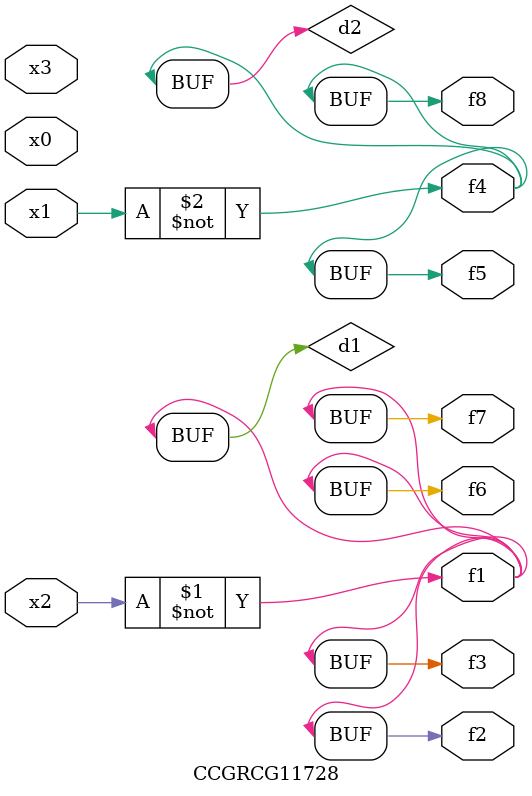
<source format=v>
module CCGRCG11728(
	input x0, x1, x2, x3,
	output f1, f2, f3, f4, f5, f6, f7, f8
);

	wire d1, d2;

	xnor (d1, x2);
	not (d2, x1);
	assign f1 = d1;
	assign f2 = d1;
	assign f3 = d1;
	assign f4 = d2;
	assign f5 = d2;
	assign f6 = d1;
	assign f7 = d1;
	assign f8 = d2;
endmodule

</source>
